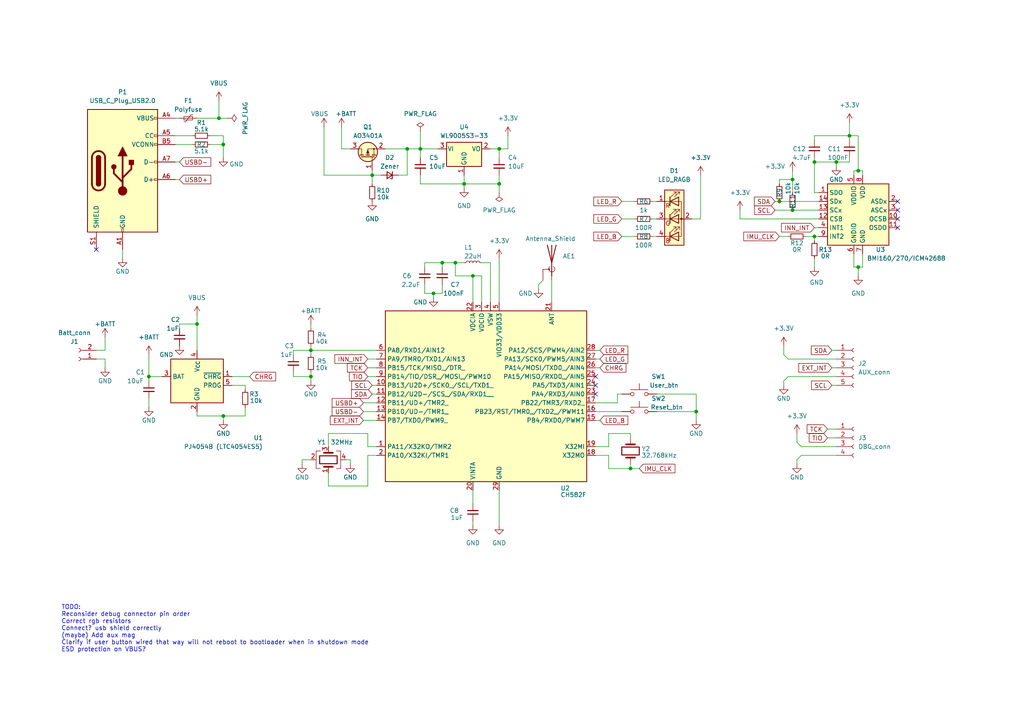
<source format=kicad_sch>
(kicad_sch (version 20230121) (generator eeschema)
  (paper "A4")
  (title_block (title "PawTrack WCH") (date "2023-08-07") (rev "1"))
  (lib_symbols
    (symbol "Battery_Management:LTC4054ES5-4.2"
      (property "Reference" "U" (at -5.842 6.604 0))
      (property "Value" "LTC4054ES5-4.2" (at 1.524 6.604 0))
      (symbol "LTC4054ES5-4.2_1_1"
        (pin open_collector line (at -10.16 0 0) (length 2.54) (name "~{CHRG}") (number "1"))
        (pin power_in line (at 0 -10.16 90) (length 2.54) (name "GND") (number "2"))
        (pin power_out line (at 10.16 0 180) (length 2.54) (name "BAT") (number "3"))
        (pin power_in line (at 0 7.62 270) (length 2.54) (name "V_{CC}") (number "4"))
        (pin bidirectional line (at -10.16 -2.54 0) (length 2.54) (name "PROG") (number "5"))
      )
    )
    (symbol "Connector:Conn_01x02_Socket" (pin_names (offset 1.016) hide)
      (property "Reference" "J" (at 0 2.54 0))
      (property "Value" "Conn_01x02_Socket" (at 0 -5.08 0))
      (symbol "Conn_01x02_Socket_1_1"
        (pin passive line (at -5.08 0 0) (length 3.81) (name "Pin_1") (number "1"))
        (pin passive line (at -5.08 -2.54 0) (length 3.81) (name "Pin_2") (number "2"))
      )
    )
    (symbol "Connector:Conn_01x04_Socket" (pin_names (offset 1.016) hide)
      (property "Reference" "J" (at 0 5.08 0))
      (property "Value" "Conn_01x04_Socket" (at 0 -7.62 0))
      (symbol "Conn_01x04_Socket_1_1"
        (pin passive line (at -5.08 2.54 0) (length 3.81) (name "Pin_1") (number "1"))
        (pin passive line (at -5.08 0 0) (length 3.81) (name "Pin_2") (number "2"))
        (pin passive line (at -5.08 -2.54 0) (length 3.81) (name "Pin_3") (number "3"))
        (pin passive line (at -5.08 -5.08 0) (length 3.81) (name "Pin_4") (number "4"))
      )
    )
    (symbol "Connector:Conn_01x05_Socket" (pin_names (offset 1.016) hide)
      (property "Reference" "J" (at 0 7.62 0))
      (property "Value" "Conn_01x05_Socket" (at 0 -7.62 0))
      (symbol "Conn_01x05_Socket_1_1"
        (pin passive line (at -5.08 5.08 0) (length 3.81) (name "Pin_1") (number "1"))
        (pin passive line (at -5.08 2.54 0) (length 3.81) (name "Pin_2") (number "2"))
        (pin passive line (at -5.08 0 0) (length 3.81) (name "Pin_3") (number "3"))
        (pin passive line (at -5.08 -2.54 0) (length 3.81) (name "Pin_4") (number "4"))
        (pin passive line (at -5.08 -5.08 0) (length 3.81) (name "Pin_5") (number "5"))
      )
    )
    (symbol "Connector:USB_C_Plug_USB2.0" (pin_names (offset 1.016))
      (property "Reference" "P" (at -10.16 19.05 0))
      (property "Value" "USB_C_Plug_USB2.0" (at 12.7 19.05 0))
      (symbol "USB_C_Plug_USB2.0_1_1"
        (pin passive line (at 0 -22.86 90) (length 5.08) (name "GND") (number "A1"))
        (pin passive line (at 0 -22.86 90) (length 5.08) hide (name "GND") (number "A12"))
        (pin passive line (at 15.24 15.24 180) (length 5.08) (name "VBUS") (number "A4"))
        (pin bidirectional line (at 15.24 10.16 180) (length 5.08) (name "CC") (number "A5"))
        (pin bidirectional line (at 15.24 -2.54 180) (length 5.08) (name "D+") (number "A6"))
        (pin bidirectional line (at 15.24 2.54 180) (length 5.08) (name "D-") (number "A7"))
        (pin passive line (at 15.24 15.24 180) (length 5.08) hide (name "VBUS") (number "A9"))
        (pin passive line (at 0 -22.86 90) (length 5.08) hide (name "GND") (number "B1"))
        (pin passive line (at 0 -22.86 90) (length 5.08) hide (name "GND") (number "B12"))
        (pin passive line (at 15.24 15.24 180) (length 5.08) hide (name "VBUS") (number "B4"))
        (pin bidirectional line (at 15.24 7.62 180) (length 5.08) (name "VCONN") (number "B5"))
        (pin passive line (at 15.24 15.24 180) (length 5.08) hide (name "VBUS") (number "B9"))
        (pin passive line (at -7.62 -22.86 90) (length 5.08) (name "SHIELD") (number "S1"))
      )
    )
    (symbol "Device:Antenna_Shield" (pin_numbers hide) (pin_names (offset 1.016) hide)
      (property "Reference" "AE" (at -1.905 4.445 0))
      (property "Value" "Antenna_Shield" (at -1.905 2.54 0))
      (symbol "Antenna_Shield_1_1"
        (pin input line (at 0 -5.08 90) (length 2.54) (name "A") (number "1"))
        (pin input line (at 2.54 -5.08 90) (length 2.54) (name "Shield") (number "2"))
      )
    )
    (symbol "Device:C_Small" (pin_numbers hide) (pin_names (offset 0.254) hide)
      (property "Reference" "C" (at 0.254 1.778 0))
      (property "Value" "C_Small" (at 0.254 -2.032 0))
      (symbol "C_Small_1_1"
        (pin passive line (at 0 2.54 270) (length 2.032) (name "~") (number "1"))
        (pin passive line (at 0 -2.54 90) (length 2.032) (name "~") (number "2"))
      )
    )
    (symbol "Device:Crystal" (pin_numbers hide) (pin_names (offset 1.016) hide)
      (property "Reference" "Y" (at 0 3.81 0))
      (property "Value" "Crystal" (at 0 -3.81 0))
      (symbol "Crystal_1_1"
        (pin passive line (at -3.81 0 0) (length 1.27) (name "1") (number "1"))
        (pin passive line (at 3.81 0 180) (length 1.27) (name "2") (number "2"))
      )
    )
    (symbol "Device:Crystal_GND24" (pin_names (offset 1.016) hide)
      (property "Reference" "Y" (at 3.175 5.08 0))
      (property "Value" "Crystal_GND24" (at 3.175 3.175 0))
      (symbol "Crystal_GND24_1_1"
        (pin passive line (at -3.81 0 0) (length 1.27) (name "1") (number "1"))
        (pin passive line (at 0 5.08 270) (length 1.27) (name "2") (number "2"))
        (pin passive line (at 3.81 0 180) (length 1.27) (name "3") (number "3"))
        (pin passive line (at 0 -5.08 90) (length 1.27) (name "4") (number "4"))
      )
    )
    (symbol "Device:D_Zener_Small" (pin_numbers hide) (pin_names (offset 0.254) hide)
      (property "Reference" "D" (at 0 2.286 0))
      (property "Value" "D_Zener_Small" (at 0 -2.286 0))
      (symbol "D_Zener_Small_1_1"
        (pin passive line (at -2.54 0 0) (length 1.778) (name "K") (number "1"))
        (pin passive line (at 2.54 0 180) (length 1.778) (name "A") (number "2"))
      )
    )
    (symbol "Device:LED_RAGB" (pin_names (offset 0) hide)
      (property "Reference" "D" (at 0 9.398 0))
      (property "Value" "LED_RAGB" (at 0 -8.89 0))
      (symbol "LED_RAGB_0_0"
        (text "B" (at -1.905 -6.35 0) (effects (font (size 1.27 1.27))))
        (text "G" (at -1.905 -1.27 0) (effects (font (size 1.27 1.27))))
        (text "R" (at -1.905 3.81 0) (effects (font (size 1.27 1.27))))
      )
      (symbol "LED_RAGB_1_1"
        (pin passive line (at -5.08 5.08 0) (length 2.54) (name "RK") (number "1"))
        (pin passive line (at 5.08 0 180) (length 2.54) (name "A") (number "2"))
        (pin passive line (at -5.08 0 0) (length 2.54) (name "GK") (number "3"))
        (pin passive line (at -5.08 -5.08 0) (length 2.54) (name "BK") (number "4"))
      )
    )
    (symbol "Device:L_Small" (pin_numbers hide) (pin_names (offset 0.254) hide)
      (property "Reference" "L" (at 0.762 1.016 0))
      (property "Value" "L_Small" (at 0.762 -1.016 0))
      (symbol "L_Small_1_1"
        (pin passive line (at 0 2.54 270) (length 0.508) (name "~") (number "1"))
        (pin passive line (at 0 -2.54 90) (length 0.508) (name "~") (number "2"))
      )
    )
    (symbol "Device:Polyfuse_Small" (pin_numbers hide) (pin_names (offset 0))
      (property "Reference" "F" (at -1.905 0 90))
      (property "Value" "Polyfuse_Small" (at 1.905 0 90))
      (symbol "Polyfuse_Small_1_1"
        (pin passive line (at 0 2.54 270) (length 0.635) (name "~") (number "1"))
        (pin passive line (at 0 -2.54 90) (length 0.635) (name "~") (number "2"))
      )
    )
    (symbol "Device:R_Small" (pin_numbers hide) (pin_names (offset 0.254) hide)
      (property "Reference" "R" (at 0.762 0.508 0))
      (property "Value" "R_Small" (at 0.762 -1.016 0))
      (symbol "R_Small_1_1"
        (pin passive line (at 0 2.54 270) (length 0.762) (name "~") (number "1"))
        (pin passive line (at 0 -2.54 90) (length 0.762) (name "~") (number "2"))
      )
    )
    (symbol "PCM_Transistor_MOSFET_AKL:AO3401A" (pin_names hide)
      (property "Reference" "Q" (at 5.08 1.27 0))
      (property "Value" "AO3401A" (at 5.08 -1.27 0))
      (symbol "AO3401A_1_1"
        (pin input line (at -3.81 1.27 0) (length 2.54) (name "G") (number "1"))
        (pin passive line (at 2.54 5.08 270) (length 2.54) (name "S") (number "2"))
        (pin passive line (at 2.54 -5.08 90) (length 2.54) (name "D") (number "3"))
      )
    )
    (symbol "PawTrack:CH582F"
      (property "Reference" "U" (at -29.21 24.13 0))
      (property "Value" "CH582F" (at 25.4 -25.4 0))
      (symbol "CH582F_1_1"
        (pin bidirectional line (at -31.75 -15.24 0) (length 2.54) (name "PA11/X32KO/TMR2") (number "1"))
        (pin bidirectional line (at -31.75 2.54 0) (length 2.54) (name "PB13/U2D+/SCK0_/SCL/TXD1_") (number "10"))
        (pin bidirectional line (at -31.75 0 0) (length 2.54) (name "PB12/U2D-/SCS_/SDA/RXD1__") (number "11"))
        (pin bidirectional line (at -31.75 -2.54 0) (length 2.54) (name "PB11/UD+/TMR2_") (number "12"))
        (pin bidirectional line (at -31.75 -5.08 0) (length 2.54) (name "PB10/UD-/TMR1_") (number "13"))
        (pin bidirectional line (at -31.75 -7.62 0) (length 2.54) (name "PB7/TXD0/PWM9_") (number "14"))
        (pin bidirectional line (at 31.75 -7.62 180) (length 2.54) (name "PB4/RXD0/PWM7") (number "15"))
        (pin bidirectional line (at 31.75 -5.08 180) (length 2.54) (name "PB23/RST/TMR0_/TXD2_/PWM11") (number "16"))
        (pin bidirectional line (at 31.75 -2.54 180) (length 2.54) (name "PB22/TMR3/RXD2_") (number "17"))
        (pin bidirectional line (at 31.75 -17.78 180) (length 2.54) (name "X32MO") (number "18"))
        (pin bidirectional line (at 31.75 -15.24 180) (length 2.54) (name "X32MI") (number "19"))
        (pin bidirectional line (at -31.75 -17.78 0) (length 2.54) (name "PA10/X32KI/TMR1") (number "2"))
        (pin bidirectional line (at -3.81 -27.94 90) (length 2.54) (name "VINTA") (number "20"))
        (pin output line (at 19.05 26.67 270) (length 2.54) (name "ANT") (number "21"))
        (pin bidirectional line (at -3.81 26.67 270) (length 2.54) (name "VDCIA") (number "22"))
        (pin bidirectional line (at 31.75 0 180) (length 2.54) (name "PA4/RXD3/AIN0") (number "23"))
        (pin bidirectional line (at 31.75 2.54 180) (length 2.54) (name "PA5/TXD3/AIN1") (number "24"))
        (pin bidirectional line (at 31.75 5.08 180) (length 2.54) (name "PA15/MISO/RXD0_/AIN5") (number "25"))
        (pin bidirectional line (at 31.75 7.62 180) (length 2.54) (name "PA14/MOSI/TXD0_/AIN4") (number "26"))
        (pin bidirectional line (at 31.75 10.16 180) (length 2.54) (name "PA13/SCK0/PWM5/AIN3") (number "27"))
        (pin bidirectional line (at 31.75 12.7 180) (length 2.54) (name "PA12/SCS/PWM4/AIN2") (number "28"))
        (pin power_in line (at 3.81 -27.94 90) (length 2.54) (name "GND") (number "29"))
        (pin bidirectional line (at -1.27 26.67 270) (length 2.54) (name "VDCID") (number "3"))
        (pin output line (at 1.27 26.67 270) (length 2.54) (name "VSW") (number "4"))
        (pin power_in line (at 3.81 26.67 270) (length 2.54) (name "VIO33/VDD33") (number "5"))
        (pin bidirectional line (at -31.75 12.7 0) (length 2.54) (name "PA8/RXD1/AIN12") (number "6"))
        (pin bidirectional line (at -31.75 10.16 0) (length 2.54) (name "PA9/TMR0/TXD1/AIN13") (number "7"))
        (pin bidirectional line (at -31.75 7.62 0) (length 2.54) (name "PB15/TCK/MISO_/DTR_") (number "8"))
        (pin bidirectional line (at -31.75 5.08 0) (length 2.54) (name "PB14/TIO/DSR_/MOSI_/PWM10") (number "9"))
      )
    )
    (symbol "Regulator_Linear:TPS7A0533PDBZ" (pin_names (offset 0.254))
      (property "Reference" "U" (at -3.81 3.175 0))
      (property "Value" "TPS7A0533PDBZ" (at 0 3.175 0))
      (symbol "TPS7A0533PDBZ_1_1"
        (pin power_in line (at 0 -7.62 90) (length 2.54) (name "GND") (number "1"))
        (pin power_out line (at 7.62 0 180) (length 2.54) (name "VO") (number "2"))
        (pin power_in line (at -7.62 0 0) (length 2.54) (name "VI") (number "3"))
      )
    )
    (symbol "Sensor_Motion:BMI160"
      (property "Reference" "U" (at -10.16 8.89 0))
      (property "Value" "BMI160" (at 7.62 8.89 0))
      (symbol "BMI160_1_1"
        (pin bidirectional line (at -12.7 5.08 0) (length 2.54) (name "SDO") (number "1"))
        (pin bidirectional line (at 10.16 -2.54 180) (length 2.54) (name "OCSB") (number "10"))
        (pin bidirectional line (at 10.16 -5.08 180) (length 2.54) (name "OSDO") (number "11"))
        (pin input line (at -12.7 -2.54 0) (length 2.54) (name "CSB") (number "12"))
        (pin input line (at -12.7 0 0) (length 2.54) (name "SCx") (number "13"))
        (pin bidirectional line (at -12.7 2.54 0) (length 2.54) (name "SDx") (number "14"))
        (pin bidirectional line (at 10.16 2.54 180) (length 2.54) (name "ASDx") (number "2"))
        (pin output line (at 10.16 0 180) (length 2.54) (name "ASCx") (number "3"))
        (pin bidirectional line (at -12.7 -5.08 0) (length 2.54) (name "INT1") (number "4"))
        (pin power_in line (at -2.54 10.16 270) (length 2.54) (name "VDDIO") (number "5"))
        (pin power_in line (at -2.54 -12.7 90) (length 2.54) (name "GNDIO") (number "6"))
        (pin power_in line (at 0 -12.7 90) (length 2.54) (name "GND") (number "7"))
        (pin power_in line (at 0 10.16 270) (length 2.54) (name "VDD") (number "8"))
        (pin bidirectional line (at -12.7 -7.62 0) (length 2.54) (name "INT2") (number "9"))
      )
    )
    (symbol "Switch:SW_Push" (pin_numbers hide) (pin_names (offset 1.016) hide)
      (property "Reference" "SW" (at 1.27 2.54 0))
      (property "Value" "SW_Push" (at 0 -1.524 0))
      (symbol "SW_Push_0_1"
        (pin passive line (at -5.08 0 0) (length 2.54) (name "1") (number "1"))
        (pin passive line (at 5.08 0 180) (length 2.54) (name "2") (number "2"))
      )
    )
    (symbol "power:+3.3V" (power) (pin_names (offset 0))
      (property "Value" "+3.3V" (at 0 3.556 0))
      (symbol "+3.3V_1_1"
        (pin power_in line (at 0 0 90) (length 0) hide (name "+3.3V") (number "1"))
      )
    )
    (symbol "power:+BATT" (power) (pin_names (offset 0))
      (property "Value" "+BATT" (at 0 3.556 0))
      (symbol "+BATT_1_1"
        (pin power_in line (at 0 0 90) (length 0) hide (name "+BATT") (number "1"))
      )
    )
    (symbol "power:GND" (power) (pin_names (offset 0))
      (property "Value" "GND" (at 0 -3.81 0))
      (symbol "GND_1_1"
        (pin power_in line (at 0 0 270) (length 0) hide (name "GND") (number "1"))
      )
    )
    (symbol "power:PWR_FLAG" (power) (pin_numbers hide) (pin_names (offset 0) hide)
      (property "Value" "PWR_FLAG" (at 0 3.81 0))
      (symbol "PWR_FLAG_0_0"
        (pin power_out line (at 0 0 90) (length 0) (name "pwr") (number "1"))
      )
    )
    (symbol "power:VBUS" (power) (pin_names (offset 0))
      (property "Value" "VBUS" (at 0 3.81 0))
      (symbol "VBUS_1_1"
        (pin power_in line (at 0 0 90) (length 0) hide (name "VBUS") (number "1"))
      )
    )
  )
  (junction (at 248.92 77.47))
  (junction (at 182.88 135.89))
  (junction (at 236.22 46.99))
  (junction (at 125.73 85.09))
  (junction (at 137.16 80.01))
  (junction (at 229.87 52.07))
  (junction (at 63.5 34.29))
  (junction (at 43.18 109.22))
  (junction (at 121.92 43.18))
  (junction (at 90.17 109.22))
  (junction (at 118.11 43.18))
  (junction (at 246.38 39.37))
  (junction (at 144.78 43.18))
  (junction (at 128.27 76.2))
  (junction (at 64.77 41.91))
  (junction (at 134.62 53.34))
  (junction (at 132.08 76.2))
  (junction (at 226.06 58.42))
  (junction (at 242.57 46.99))
  (junction (at 201.93 119.38))
  (junction (at 236.22 68.58))
  (junction (at 107.95 50.8))
  (junction (at 57.15 93.98))
  (junction (at 229.87 60.96))
  (junction (at 90.17 101.6))
  (junction (at 144.78 53.34))
  (junction (at 248.92 49.53))
  (junction (at 64.77 120.65))
  (no_connect (at 260.35 60.96))
  (no_connect (at 27.94 72.39))
  (no_connect (at 172.72 109.22))
  (no_connect (at 260.35 63.5))
  (no_connect (at 260.35 66.04))
  (no_connect (at 172.72 114.3))
  (no_connect (at 260.35 58.42))
  (no_connect (at 172.72 111.76))
  (wire (pts (xy 106.68 129.54) (xy 109.22 129.54)))
  (wire (pts (xy 173.99 106.68) (xy 172.72 106.68)))
  (wire (pts (xy 123.19 77.47) (xy 123.19 76.2)))
  (wire (pts (xy 60.96 41.91) (xy 64.77 41.91)))
  (wire (pts (xy 231.14 125.73) (xy 231.14 128.27)))
  (wire (pts (xy 64.77 41.91) (xy 64.77 45.72)))
  (wire (pts (xy 134.62 53.34) (xy 134.62 54.61)))
  (wire (pts (xy 182.88 135.89) (xy 182.88 134.62)))
  (wire (pts (xy 95.25 129.54) (xy 95.25 125.73)))
  (wire (pts (xy 121.92 43.18) (xy 121.92 45.72)))
  (wire (pts (xy 228.6 109.22) (xy 242.57 109.22)))
  (wire (pts (xy 214.63 63.5) (xy 237.49 63.5)))
  (wire (pts (xy 173.99 101.6) (xy 172.72 101.6)))
  (wire (pts (xy 182.88 135.89) (xy 185.42 135.89)))
  (wire (pts (xy 123.19 76.2) (xy 128.27 76.2)))
  (wire (pts (xy 85.09 101.6) (xy 90.17 101.6)))
  (wire (pts (xy 50.8 46.99) (xy 52.07 46.99)))
  (wire (pts (xy 50.8 52.07) (xy 52.07 52.07)))
  (wire (pts (xy 107.95 111.76) (xy 109.22 111.76)))
  (wire (pts (xy 121.92 38.1) (xy 121.92 43.18)))
  (wire (pts (xy 35.56 72.39) (xy 35.56 74.93)))
  (wire (pts (xy 156.21 82.55) (xy 156.21 83.82)))
  (wire (pts (xy 85.09 102.87) (xy 85.09 101.6)))
  (wire (pts (xy 190.5 114.3) (xy 201.93 114.3)))
  (wire (pts (xy 173.99 104.14) (xy 172.72 104.14)))
  (wire (pts (xy 236.22 68.58) (xy 236.22 69.85)))
  (wire (pts (xy 30.48 106.68) (xy 30.48 104.14)))
  (wire (pts (xy 90.17 93.98) (xy 90.17 95.25)))
  (wire (pts (xy 85.09 107.95) (xy 85.09 109.22)))
  (wire (pts (xy 121.92 50.8) (xy 121.92 53.34)))
  (wire (pts (xy 172.72 132.08) (xy 176.53 132.08)))
  (wire (pts (xy 46.99 109.22) (xy 43.18 109.22)))
  (wire (pts (xy 229.87 60.96) (xy 237.49 60.96)))
  (wire (pts (xy 231.14 128.27) (xy 232.41 129.54)))
  (wire (pts (xy 57.15 91.44) (xy 57.15 93.98)))
  (wire (pts (xy 227.33 100.33) (xy 227.33 102.87)))
  (wire (pts (xy 250.19 77.47) (xy 250.19 73.66)))
  (wire (pts (xy 137.16 142.24) (xy 137.16 146.05)))
  (wire (pts (xy 71.12 113.03) (xy 71.12 111.76)))
  (wire (pts (xy 93.98 36.83) (xy 93.98 50.8)))
  (wire (pts (xy 64.77 120.65) (xy 57.15 120.65)))
  (wire (pts (xy 107.95 114.3) (xy 109.22 114.3)))
  (wire (pts (xy 190.5 119.38) (xy 201.93 119.38)))
  (wire (pts (xy 246.38 35.56) (xy 246.38 39.37)))
  (wire (pts (xy 248.92 49.53) (xy 250.19 49.53)))
  (wire (pts (xy 85.09 109.22) (xy 90.17 109.22)))
  (wire (pts (xy 57.15 119.38) (xy 57.15 120.65)))
  (wire (pts (xy 64.77 120.65) (xy 64.77 121.92)))
  (wire (pts (xy 107.95 49.53) (xy 107.95 50.8)))
  (wire (pts (xy 125.73 86.36) (xy 125.73 85.09)))
  (wire (pts (xy 90.17 107.95) (xy 90.17 109.22)))
  (wire (pts (xy 87.63 133.35) (xy 90.17 133.35)))
  (wire (pts (xy 121.92 43.18) (xy 127 43.18)))
  (wire (pts (xy 142.24 43.18) (xy 144.78 43.18)))
  (wire (pts (xy 93.98 50.8) (xy 107.95 50.8)))
  (wire (pts (xy 232.41 132.08) (xy 231.14 133.35)))
  (wire (pts (xy 176.53 125.73) (xy 176.53 129.54)))
  (wire (pts (xy 242.57 46.99) (xy 236.22 46.99)))
  (wire (pts (xy 233.68 68.58) (xy 236.22 68.58)))
  (wire (pts (xy 242.57 46.99) (xy 242.57 48.26)))
  (wire (pts (xy 182.88 125.73) (xy 182.88 127)))
  (wire (pts (xy 118.11 43.18) (xy 121.92 43.18)))
  (wire (pts (xy 147.32 43.18) (xy 147.32 39.37)))
  (wire (pts (xy 189.23 68.58) (xy 190.5 68.58)))
  (wire (pts (xy 237.49 55.88) (xy 236.22 55.88)))
  (wire (pts (xy 128.27 76.2) (xy 132.08 76.2)))
  (wire (pts (xy 236.22 68.58) (xy 237.49 68.58)))
  (wire (pts (xy 43.18 115.57) (xy 43.18 118.11)))
  (wire (pts (xy 142.24 76.2) (xy 142.24 87.63)))
  (wire (pts (xy 43.18 102.87) (xy 43.18 109.22)))
  (wire (pts (xy 247.65 77.47) (xy 248.92 77.47)))
  (wire (pts (xy 43.18 110.49) (xy 43.18 109.22)))
  (wire (pts (xy 106.68 125.73) (xy 106.68 129.54)))
  (wire (pts (xy 248.92 39.37) (xy 246.38 39.37)))
  (wire (pts (xy 246.38 45.72) (xy 246.38 46.99)))
  (wire (pts (xy 200.66 63.5) (xy 203.2 63.5)))
  (wire (pts (xy 71.12 111.76) (xy 67.31 111.76)))
  (wire (pts (xy 156.21 82.55) (xy 157.48 81.28)))
  (wire (pts (xy 90.17 100.33) (xy 90.17 101.6)))
  (wire (pts (xy 57.15 93.98) (xy 52.07 93.98)))
  (wire (pts (xy 106.68 140.97) (xy 106.68 132.08)))
  (wire (pts (xy 247.65 49.53) (xy 248.92 49.53)))
  (wire (pts (xy 128.27 85.09) (xy 128.27 82.55)))
  (wire (pts (xy 236.22 77.47) (xy 236.22 74.93)))
  (wire (pts (xy 106.68 109.22) (xy 109.22 109.22)))
  (wire (pts (xy 50.8 39.37) (xy 55.88 39.37)))
  (wire (pts (xy 118.11 50.8) (xy 118.11 43.18)))
  (wire (pts (xy 229.87 49.53) (xy 229.87 52.07)))
  (wire (pts (xy 176.53 135.89) (xy 182.88 135.89)))
  (wire (pts (xy 72.39 109.22) (xy 67.31 109.22)))
  (wire (pts (xy 189.23 58.42) (xy 190.5 58.42)))
  (wire (pts (xy 173.99 121.92) (xy 172.72 121.92)))
  (wire (pts (xy 107.95 53.34) (xy 107.95 50.8)))
  (wire (pts (xy 246.38 39.37) (xy 236.22 39.37)))
  (wire (pts (xy 228.6 109.22) (xy 227.33 110.49)))
  (wire (pts (xy 179.07 114.3) (xy 180.34 114.3)))
  (wire (pts (xy 241.3 111.76) (xy 242.57 111.76)))
  (wire (pts (xy 144.78 53.34) (xy 134.62 53.34)))
  (wire (pts (xy 123.19 85.09) (xy 123.19 82.55)))
  (wire (pts (xy 99.06 36.83) (xy 99.06 43.18)))
  (wire (pts (xy 144.78 53.34) (xy 144.78 55.88)))
  (wire (pts (xy 52.07 34.29) (xy 50.8 34.29)))
  (wire (pts (xy 236.22 66.04) (xy 237.49 66.04)))
  (wire (pts (xy 111.76 43.18) (xy 118.11 43.18)))
  (wire (pts (xy 90.17 110.49) (xy 90.17 109.22)))
  (wire (pts (xy 241.3 106.68) (xy 242.57 106.68)))
  (wire (pts (xy 125.73 85.09) (xy 128.27 85.09)))
  (wire (pts (xy 201.93 121.92) (xy 201.93 119.38)))
  (wire (pts (xy 240.03 124.46) (xy 242.57 124.46)))
  (wire (pts (xy 57.15 34.29) (xy 63.5 34.29)))
  (wire (pts (xy 128.27 76.2) (xy 128.27 77.47)))
  (wire (pts (xy 105.41 119.38) (xy 109.22 119.38)))
  (wire (pts (xy 180.34 63.5) (xy 184.15 63.5)))
  (wire (pts (xy 236.22 46.99) (xy 236.22 45.72)))
  (wire (pts (xy 137.16 80.01) (xy 132.08 80.01)))
  (wire (pts (xy 137.16 151.13) (xy 137.16 152.4)))
  (wire (pts (xy 30.48 101.6) (xy 30.48 97.79)))
  (wire (pts (xy 144.78 74.93) (xy 144.78 87.63)))
  (wire (pts (xy 139.7 76.2) (xy 142.24 76.2)))
  (wire (pts (xy 105.41 116.84) (xy 109.22 116.84)))
  (wire (pts (xy 132.08 76.2) (xy 132.08 80.01)))
  (wire (pts (xy 229.87 52.07) (xy 226.06 52.07)))
  (wire (pts (xy 144.78 142.24) (xy 144.78 152.4)))
  (wire (pts (xy 134.62 50.8) (xy 134.62 53.34)))
  (wire (pts (xy 229.87 52.07) (xy 229.87 55.88)))
  (wire (pts (xy 144.78 43.18) (xy 147.32 43.18)))
  (wire (pts (xy 71.12 118.11) (xy 71.12 120.65)))
  (wire (pts (xy 232.41 129.54) (xy 242.57 129.54)))
  (wire (pts (xy 241.3 101.6) (xy 242.57 101.6)))
  (wire (pts (xy 95.25 137.16) (xy 95.25 140.97)))
  (wire (pts (xy 231.14 133.35) (xy 231.14 134.62)))
  (wire (pts (xy 30.48 104.14) (xy 27.94 104.14)))
  (wire (pts (xy 90.17 101.6) (xy 109.22 101.6)))
  (wire (pts (xy 139.7 80.01) (xy 137.16 80.01)))
  (wire (pts (xy 63.5 34.29) (xy 66.04 34.29)))
  (wire (pts (xy 248.92 77.47) (xy 250.19 77.47)))
  (wire (pts (xy 52.07 93.98) (xy 52.07 95.25)))
  (wire (pts (xy 214.63 63.5) (xy 214.63 60.96)))
  (wire (pts (xy 226.06 68.58) (xy 228.6 68.58)))
  (wire (pts (xy 106.68 132.08) (xy 109.22 132.08)))
  (wire (pts (xy 189.23 63.5) (xy 190.5 63.5)))
  (wire (pts (xy 176.53 132.08) (xy 176.53 135.89)))
  (wire (pts (xy 115.57 50.8) (xy 118.11 50.8)))
  (wire (pts (xy 121.92 53.34) (xy 134.62 53.34)))
  (wire (pts (xy 101.6 133.35) (xy 101.6 134.62)))
  (wire (pts (xy 232.41 132.08) (xy 242.57 132.08)))
  (wire (pts (xy 95.25 140.97) (xy 106.68 140.97)))
  (wire (pts (xy 248.92 39.37) (xy 248.92 49.53)))
  (wire (pts (xy 246.38 46.99) (xy 242.57 46.99)))
  (wire (pts (xy 57.15 93.98) (xy 57.15 101.6)))
  (wire (pts (xy 247.65 73.66) (xy 247.65 77.47)))
  (wire (pts (xy 139.7 87.63) (xy 139.7 80.01)))
  (wire (pts (xy 227.33 102.87) (xy 228.6 104.14)))
  (wire (pts (xy 247.65 50.8) (xy 247.65 49.53)))
  (wire (pts (xy 236.22 55.88) (xy 236.22 46.99)))
  (wire (pts (xy 203.2 50.8) (xy 203.2 63.5)))
  (wire (pts (xy 123.19 85.09) (xy 125.73 85.09)))
  (wire (pts (xy 144.78 50.8) (xy 144.78 53.34)))
  (wire (pts (xy 172.72 129.54) (xy 176.53 129.54)))
  (wire (pts (xy 179.07 114.3) (xy 179.07 116.84)))
  (wire (pts (xy 99.06 43.18) (xy 101.6 43.18)))
  (wire (pts (xy 106.68 104.14) (xy 109.22 104.14)))
  (wire (pts (xy 236.22 39.37) (xy 236.22 40.64)))
  (wire (pts (xy 100.33 133.35) (xy 101.6 133.35)))
  (wire (pts (xy 224.79 60.96) (xy 229.87 60.96)))
  (wire (pts (xy 180.34 58.42) (xy 184.15 58.42)))
  (wire (pts (xy 90.17 101.6) (xy 90.17 102.87)))
  (wire (pts (xy 160.02 81.28) (xy 160.02 87.63)))
  (wire (pts (xy 201.93 114.3) (xy 201.93 119.38)))
  (wire (pts (xy 95.25 125.73) (xy 106.68 125.73)))
  (wire (pts (xy 105.41 121.92) (xy 109.22 121.92)))
  (wire (pts (xy 179.07 116.84) (xy 172.72 116.84)))
  (wire (pts (xy 224.79 58.42) (xy 226.06 58.42)))
  (wire (pts (xy 248.92 77.47) (xy 248.92 80.01)))
  (wire (pts (xy 176.53 125.73) (xy 182.88 125.73)))
  (wire (pts (xy 144.78 43.18) (xy 144.78 45.72)))
  (wire (pts (xy 226.06 52.07) (xy 226.06 53.34)))
  (wire (pts (xy 226.06 58.42) (xy 237.49 58.42)))
  (wire (pts (xy 107.95 50.8) (xy 110.49 50.8)))
  (wire (pts (xy 227.33 110.49) (xy 227.33 111.76)))
  (wire (pts (xy 50.8 41.91) (xy 55.88 41.91)))
  (wire (pts (xy 180.34 68.58) (xy 184.15 68.58)))
  (wire (pts (xy 63.5 34.29) (xy 63.5 29.21)))
  (wire (pts (xy 172.72 119.38) (xy 180.34 119.38)))
  (wire (pts (xy 246.38 39.37) (xy 246.38 40.64)))
  (wire (pts (xy 60.96 39.37) (xy 64.77 39.37)))
  (wire (pts (xy 137.16 80.01) (xy 137.16 87.63)))
  (wire (pts (xy 64.77 39.37) (xy 64.77 41.91)))
  (wire (pts (xy 250.19 49.53) (xy 250.19 50.8)))
  (wire (pts (xy 240.03 127) (xy 242.57 127)))
  (wire (pts (xy 228.6 104.14) (xy 242.57 104.14)))
  (wire (pts (xy 132.08 76.2) (xy 134.62 76.2)))
  (wire (pts (xy 87.63 134.62) (xy 87.63 133.35)))
  (wire (pts (xy 106.68 106.68) (xy 109.22 106.68)))
  (wire (pts (xy 71.12 120.65) (xy 64.77 120.65)))
  (wire (pts (xy 27.94 101.6) (xy 30.48 101.6)))
  (text "TODO:\nReconsider debug connector pin order\nCorrect rgb resistors\nConnect? usb shield correctly\n(maybe) Add aux mag\nClarify if user button wired that way will not reboot to bootloader when in shutdown mode\nESD protection on VBUS?" (at 17.78 189.23 0) (effects (font (size 1.27 1.27)) (justify left bottom)))
  (global_label "IMU_CLK" (shape input) (at 185.42 135.89 0) (property "Intersheetrefs" "${INTERSHEET_REFS}" (effects hide)))
  (global_label "EXT_INT" (shape input) (at 105.41 121.92 180) (property "Intersheetrefs" "${INTERSHEET_REFS}" (effects hide)) (property "Odnośniki między arkuszami" "${INTERSHEET_REFS}" (effects hide)))
  (global_label "CHRG" (shape input) (at 173.99 106.68 0) (property "Intersheetrefs" "${INTERSHEET_REFS}" (effects hide)))
  (global_label "SDA" (shape input) (at 224.79 58.42 180) (property "Intersheetrefs" "${INTERSHEET_REFS}" (effects hide)) (property "Odnośniki między arkuszami" "${INTERSHEET_REFS}" (effects hide)))
  (global_label "INN_INT" (shape input) (at 236.22 66.04 180) (property "Intersheetrefs" "${INTERSHEET_REFS}" (effects hide)) (property "Odnośniki między arkuszami" "${INTERSHEET_REFS}" (effects hide)))
  (global_label "SCL" (shape input) (at 107.95 111.76 180) (property "Intersheetrefs" "${INTERSHEET_REFS}" (effects hide)) (property "Odnośniki między arkuszami" "${INTERSHEET_REFS}" (effects hide)))
  (global_label "TCK" (shape input) (at 106.68 106.68 180) (property "Intersheetrefs" "${INTERSHEET_REFS}" (effects hide)))
  (global_label "LED_B" (shape input) (at 173.99 121.92 0) (property "Intersheetrefs" "${INTERSHEET_REFS}" (effects hide)))
  (global_label "IMU_CLK" (shape input) (at 226.06 68.58 180) (property "Intersheetrefs" "${INTERSHEET_REFS}" (effects hide)))
  (global_label "TIO" (shape input) (at 106.68 109.22 180) (property "Intersheetrefs" "${INTERSHEET_REFS}" (effects hide)))
  (global_label "LED_R" (shape input) (at 180.34 58.42 180) (property "Intersheetrefs" "${INTERSHEET_REFS}" (effects hide)))
  (global_label "TIO" (shape input) (at 240.03 127 180) (property "Intersheetrefs" "${INTERSHEET_REFS}" (effects hide)))
  (global_label "SCL" (shape input) (at 224.79 60.96 180) (property "Intersheetrefs" "${INTERSHEET_REFS}" (effects hide)) (property "Odnośniki między arkuszami" "${INTERSHEET_REFS}" (effects hide)))
  (global_label "LED_G" (shape input) (at 180.34 63.5 180) (property "Intersheetrefs" "${INTERSHEET_REFS}" (effects hide)))
  (global_label "LED_R" (shape input) (at 173.99 101.6 0) (property "Intersheetrefs" "${INTERSHEET_REFS}" (effects hide)))
  (global_label "USBD-" (shape input) (at 52.07 46.99 0) (property "Intersheetrefs" "${INTERSHEET_REFS}" (effects hide)))
  (global_label "SDA" (shape input) (at 241.3 101.6 180) (property "Intersheetrefs" "${INTERSHEET_REFS}" (effects hide)) (property "Odnośniki między arkuszami" "${INTERSHEET_REFS}" (effects hide)))
  (global_label "EXT_INT" (shape input) (at 241.3 106.68 180) (property "Intersheetrefs" "${INTERSHEET_REFS}" (effects hide)) (property "Odnośniki między arkuszami" "${INTERSHEET_REFS}" (effects hide)))
  (global_label "USBD-" (shape input) (at 105.41 119.38 180) (property "Intersheetrefs" "${INTERSHEET_REFS}" (effects hide)))
  (global_label "LED_G" (shape input) (at 173.99 104.14 0) (property "Intersheetrefs" "${INTERSHEET_REFS}" (effects hide)))
  (global_label "INN_INT" (shape input) (at 106.68 104.14 180) (property "Intersheetrefs" "${INTERSHEET_REFS}" (effects hide)) (property "Odnośniki między arkuszami" "${INTERSHEET_REFS}" (effects hide)))
  (global_label "SCL" (shape input) (at 241.3 111.76 180) (property "Intersheetrefs" "${INTERSHEET_REFS}" (effects hide)) (property "Odnośniki między arkuszami" "${INTERSHEET_REFS}" (effects hide)))
  (global_label "CHRG" (shape input) (at 72.39 109.22 0) (property "Intersheetrefs" "${INTERSHEET_REFS}" (effects hide)))
  (global_label "TCK" (shape input) (at 240.03 124.46 180) (property "Intersheetrefs" "${INTERSHEET_REFS}" (effects hide)))
  (global_label "LED_B" (shape input) (at 180.34 68.58 180) (property "Intersheetrefs" "${INTERSHEET_REFS}" (effects hide)))
  (global_label "USBD+" (shape input) (at 52.07 52.07 0) (property "Intersheetrefs" "${INTERSHEET_REFS}" (effects hide)))
  (global_label "SDA" (shape input) (at 107.95 114.3 180) (property "Intersheetrefs" "${INTERSHEET_REFS}" (effects hide)) (property "Odnośniki między arkuszami" "${INTERSHEET_REFS}" (effects hide)))
  (global_label "USBD+" (shape input) (at 105.41 116.84 180) (property "Intersheetrefs" "${INTERSHEET_REFS}" (effects hide)))
  (symbol (lib_id "power:GND") (at 64.77 45.72 0) (unit 1)
    (property "Reference" "#PWR09" (effects hide))
    (property "Value" "GND" (at 68.58 47.625 0))
  )
  (symbol (lib_id "Connector:Conn_01x02_Socket") (at 22.86 104.14 180) (unit 1)
    (property "Reference" "J1" (at 21.59 99.06 0))
    (property "Value" "Batt_conn" (at 21.59 96.52 0))
    (property "Footprint" "Connector_Molex:Molex_PicoBlade_53048-0210_1x02_P1.25mm_Horizontal" (effects hide))
  )
  (symbol (lib_id "power:GND") (at 52.07 100.33 0) (mirror y) (unit 1)
    (property "Reference" "#PWR06" (effects hide))
    (property "Value" "GND" (at 48.26 102.87 0))
  )
  (symbol (lib_id "PawTrack:CH582F") (at 140.97 114.3 0) (unit 1)
    (property "Reference" "U2" (at 162.56 141.605 0) (effects (justify left)))
    (property "Value" "CH582F" (at 162.56 143.51 0) (effects (justify left)))
    (property "Footprint" "PawTrack:QFN-28-1EP_4x4mm_P0.4mm_EP2.8x2.8mm" (effects hide))
  )
  (symbol (lib_id "Device:R_Small") (at 231.14 68.58 90) (unit 1)
    (property "Reference" "R12" (at 231.14 70.485 90))
    (property "Value" "0R" (at 231.14 72.39 90))
    (property "Footprint" "Resistor_SMD:R_0402_1005Metric" (effects hide))
  )
  (symbol (lib_id "Device:L_Small") (at 137.16 76.2 90) (unit 1)
    (property "Reference" "L1" (at 134.62 71.755 90) (effects (justify right)))
    (property "Value" "22uH" (at 134.62 74.295 90) (effects (justify right)))
  )
  (symbol (lib_id "Device:R_Small") (at 229.87 58.42 180) (unit 1)
    (property "Reference" "R11" (at 229.87 58.42 90))
    (property "Value" "10k" (at 231.14 54.61 90))
    (property "Footprint" "Resistor_SMD:R_0402_1005Metric" (effects hide))
  )
  (symbol (lib_id "power:+3.3V") (at 231.14 125.73 0) (unit 1)
    (property "Reference" "#PWR028" (effects hide))
    (property "Value" "+3.3V" (at 231.14 120.65 0))
  )
  (symbol (lib_id "Sensor_Motion:BMI160") (at 250.19 60.96 0) (unit 1)
    (property "Reference" "U3" (at 254 72.39 0) (effects (justify left)))
    (property "Value" "BMI160/270/ICM42688" (at 251.46 74.93 0) (effects (justify left)))
    (property "Footprint" "Package_LGA:Bosch_LGA-14_3x2.5mm_P0.5mm" (effects hide))
    (property "Datasheet" "https://www.bosch-sensortec.com/media/boschsensortec/downloads/datasheets/bst-bmi160-ds000.pdf" (effects hide))
  )
  (symbol (lib_id "Device:R_Small") (at 71.12 115.57 0) (mirror x) (unit 1)
    (property "Reference" "R3" (at 73.66 114.3 0))
    (property "Value" "10k" (at 74.295 116.205 0))
    (property "Footprint" "Resistor_SMD:R_0402_1005Metric" (effects hide))
  )
  (symbol (lib_id "Device:C_Small") (at 236.22 43.18 0) (mirror y) (unit 1)
    (property "Reference" "C12" (at 229.87 43.18 0) (effects (justify right)))
    (property "Value" "4.7uF" (at 229.87 45.72 0) (effects (justify right)))
    (property "Footprint" "Capacitor_SMD:C_0402_1005Metric" (effects hide))
  )
  (symbol (lib_id "power:PWR_FLAG") (at 66.04 34.29 270) (unit 1)
    (property "Reference" "#FLG02" (effects hide))
    (property "Value" "PWR_FLAG" (at 71.12 34.29 0))
  )
  (symbol (lib_id "power:GND") (at 201.93 121.92 0) (mirror y) (unit 1)
    (property "Reference" "#PWR022" (effects hide))
    (property "Value" "GND" (at 201.93 125.73 0))
  )
  (symbol (lib_id "power:GND") (at 137.16 152.4 0) (unit 1)
    (property "Reference" "#PWR017" (effects hide))
    (property "Value" "GND" (at 137.16 157.48 0))
  )
  (symbol (lib_id "power:GND") (at 107.95 58.42 0) (unit 1)
    (property "Reference" "#PWR037" (effects hide))
    (property "Value" "GND" (at 107.95 63.5 0))
  )
  (symbol (lib_id "PCM_Transistor_MOSFET_AKL:AO3401A") (at 106.68 45.72 270) (mirror x) (unit 1)
    (property "Reference" "Q1" (at 106.68 36.83 90))
    (property "Value" "AO3401A" (at 106.68 39.37 90))
    (property "Footprint" "Package_TO_SOT_SMD_AKL:SOT-23" (effects hide))
    (property "Datasheet" "https://www.tme.eu/Document/d25b071532a0a1e329733a03427696ee/AO3401A-DTE.pdf" (effects hide))
  )
  (symbol (lib_id "power:GND") (at 242.57 48.26 0) (mirror y) (unit 1)
    (property "Reference" "#PWR033" (effects hide))
    (property "Value" "GND" (at 242.57 52.07 0))
  )
  (symbol (lib_id "Regulator_Linear:TPS7A0533PDBZ") (at 134.62 43.18 0) (unit 1)
    (property "Reference" "U4" (at 134.62 36.83 0))
    (property "Value" "WL9005S3-33" (at 134.62 39.37 0))
    (property "Footprint" "Package_TO_SOT_SMD:SOT-23" (effects hide))
    (property "Datasheet" "https://www.ti.com/lit/ds/symlink/tps7a05.pdf" (effects hide))
  )
  (symbol (lib_id "Device:C_Small") (at 128.27 80.01 0) (unit 1)
    (property "Reference" "C7" (at 133.35 82.55 0) (effects (justify right)))
    (property "Value" "100nF" (at 134.62 85.09 0) (effects (justify right)))
    (property "Footprint" "Capacitor_SMD:C_0402_1005Metric" (effects hide))
  )
  (symbol (lib_id "power:GND") (at 64.77 121.92 0) (mirror y) (unit 1)
    (property "Reference" "#PWR010" (effects hide))
    (property "Value" "GND" (at 64.77 125.73 0))
  )
  (symbol (lib_id "power:GND") (at 134.62 54.61 0) (unit 1)
    (property "Reference" "#PWR034" (effects hide))
    (property "Value" "GND" (at 134.62 59.69 0))
  )
  (symbol (lib_id "power:+3.3V") (at 229.87 49.53 0) (unit 1)
    (property "Reference" "#PWR021" (effects hide))
    (property "Value" "+3.3V" (at 224.79 48.26 0))
  )
  (symbol (lib_id "power:+3.3V") (at 147.32 39.37 0) (unit 1)
    (property "Reference" "#PWR030" (effects hide))
    (property "Value" "+3.3V" (at 147.32 34.29 0))
  )
  (symbol (lib_id "Device:R_Small") (at 107.95 55.88 0) (mirror x) (unit 1)
    (property "Reference" "R10" (at 111.125 55.245 0))
    (property "Value" "10k" (at 111.125 57.15 0))
    (property "Footprint" "Resistor_SMD:R_0402_1005Metric" (effects hide))
  )
  (symbol (lib_id "Device:R_Small") (at 186.69 68.58 90) (unit 1)
    (property "Reference" "R8" (at 186.69 68.58 90))
    (property "Value" "100R" (at 186.69 71.12 90))
    (property "Footprint" "Resistor_SMD:R_0402_1005Metric" (effects hide))
  )
  (symbol (lib_id "Connector:Conn_01x05_Socket") (at 247.65 106.68 0) (unit 1)
    (property "Reference" "J2" (at 248.92 105.4099 0) (effects (justify left)))
    (property "Value" "AUX_conn" (at 248.92 107.9499 0) (effects (justify left)))
    (property "Footprint" "JZT_ZH:JST_ZH_B5B-ZR_1x05_P1.50mm_Horizontal" (effects hide))
  )
  (symbol (lib_id "power:+BATT") (at 30.48 97.79 0) (mirror y) (unit 1)
    (property "Reference" "#PWR01" (effects hide))
    (property "Value" "+BATT" (at 30.48 93.98 0))
  )
  (symbol (lib_id "Device:C_Small") (at 246.38 43.18 0) (mirror y) (unit 1)
    (property "Reference" "C11" (at 240.03 43.18 0) (effects (justify right)))
    (property "Value" "100nF" (at 240.03 45.72 0) (effects (justify right)))
    (property "Footprint" "Capacitor_SMD:C_0402_1005Metric" (effects hide))
  )
  (symbol (lib_id "power:+BATT") (at 43.18 102.87 0) (unit 1)
    (property "Reference" "#PWR05" (effects hide))
    (property "Value" "+BATT" (at 43.18 97.79 0))
  )
  (symbol (lib_id "Device:LED_RAGB") (at 195.58 63.5 0) (unit 1)
    (property "Reference" "D1" (at 195.58 49.53 0))
    (property "Value" "LED_RAGB" (at 195.58 52.07 0))
    (property "Footprint" "Resistor_SMD:R_Array_Convex_2x0606" (effects hide))
  )
  (symbol (lib_id "power:PWR_FLAG") (at 144.78 55.88 180) (unit 1)
    (property "Reference" "#FLG03" (effects hide))
    (property "Value" "PWR_FLAG" (at 144.78 60.96 0))
  )
  (symbol (lib_id "Device:C_Small") (at 43.18 113.03 0) (mirror y) (unit 1)
    (property "Reference" "C1" (at 39.37 107.95 0) (effects (justify right)))
    (property "Value" "10uF" (at 36.83 110.49 0) (effects (justify right)))
    (property "Footprint" "Capacitor_SMD:C_0402_1005Metric" (effects hide))
  )
  (symbol (lib_id "power:GND") (at 87.63 134.62 0) (unit 1)
    (property "Reference" "#PWR012" (effects hide))
    (property "Value" "GND" (at 87.63 138.43 0))
  )
  (symbol (lib_id "Device:R_Small") (at 58.42 39.37 90) (unit 1)
    (property "Reference" "R1" (at 58.42 35.56 90))
    (property "Value" "5.1k" (at 58.42 37.465 90))
    (property "Footprint" "Resistor_SMD:R_0402_1005Metric" (effects hide))
  )
  (symbol (lib_id "power:+3.3V") (at 144.78 74.93 0) (unit 1)
    (property "Reference" "#PWR018" (effects hide))
    (property "Value" "+3.3V" (at 144.78 69.85 0))
  )
  (symbol (lib_id "Device:C_Small") (at 137.16 148.59 180) (unit 1)
    (property "Reference" "C8" (at 130.429 148.082 0) (effects (justify right)))
    (property "Value" "1uF" (at 130.683 150.114 0) (effects (justify right)))
    (property "Footprint" "Capacitor_SMD:C_0402_1005Metric" (effects hide))
  )
  (symbol (lib_id "Device:Polyfuse_Small") (at 54.61 34.29 90) (unit 1)
    (property "Reference" "F1" (at 54.61 29.21 90))
    (property "Value" "Polyfuse" (at 54.61 31.75 90))
    (property "Footprint" "Fuse:Fuse_0603_1608Metric" (effects hide))
  )
  (symbol (lib_id "Device:R_Small") (at 90.17 105.41 0) (unit 1)
    (property "Reference" "R5" (at 93.345 104.775 0))
    (property "Value" "10k" (at 93.345 106.68 0))
    (property "Footprint" "Resistor_SMD:R_0402_1005Metric" (effects hide))
  )
  (symbol (lib_id "power:GND") (at 35.56 74.93 0) (unit 1)
    (property "Reference" "#PWR03" (effects hide))
    (property "Value" "GND" (at 35.56 78.74 0))
  )
  (symbol (lib_id "Device:D_Zener_Small") (at 113.03 50.8 180) (unit 1)
    (property "Reference" "D2" (at 113.03 45.72 0))
    (property "Value" "Zener" (at 113.03 48.26 0))
  )
  (symbol (lib_id "Device:Crystal_GND24") (at 95.25 133.35 90) (unit 1)
    (property "Reference" "Y1" (at 92.075 128.27 90) (effects (justify right)))
    (property "Value" "32MHz" (at 95.885 128.27 90) (effects (justify right)))
    (property "Footprint" "Crystal:Crystal_SMD_3225-4Pin_3.2x2.5mm" (effects hide))
  )
  (symbol (lib_id "power:GND") (at 90.17 110.49 0) (mirror y) (unit 1)
    (property "Reference" "#PWR014" (effects hide))
    (property "Value" "GND" (at 90.17 114.3 0))
  )
  (symbol (lib_id "power:GND") (at 144.78 152.4 0) (unit 1)
    (property "Reference" "#PWR019" (effects hide))
    (property "Value" "GND" (at 144.78 157.48 0))
  )
  (symbol (lib_id "power:+3.3V") (at 227.33 100.33 0) (unit 1)
    (property "Reference" "#PWR025" (effects hide))
    (property "Value" "+3.3V" (at 227.33 95.25 0))
  )
  (symbol (lib_id "Device:C_Small") (at 52.07 97.79 0) (mirror y) (unit 1)
    (property "Reference" "C2" (at 49.53 92.71 0) (effects (justify right)))
    (property "Value" "1uF" (at 48.26 95.25 0) (effects (justify right)))
    (property "Footprint" "Capacitor_SMD:C_0402_1005Metric" (effects hide))
  )
  (symbol (lib_id "power:GND") (at 248.92 80.01 0) (unit 1)
    (property "Reference" "#PWR031" (effects hide))
    (property "Value" "GND" (at 248.92 85.09 0))
  )
  (symbol (lib_id "power:+3.3V") (at 246.38 35.56 0) (mirror y) (unit 1)
    (property "Reference" "#PWR032" (effects hide))
    (property "Value" "+3.3V" (at 246.38 30.48 0))
  )
  (symbol (lib_id "Device:R_Small") (at 90.17 97.79 0) (unit 1)
    (property "Reference" "R4" (at 93.345 97.155 0))
    (property "Value" "40k" (at 93.345 99.06 0))
    (property "Footprint" "Resistor_SMD:R_0402_1005Metric" (effects hide))
  )
  (symbol (lib_id "power:VBUS") (at 63.5 29.21 0) (unit 1)
    (property "Reference" "#PWR08" (effects hide))
    (property "Value" "VBUS" (at 63.5 24.13 0))
  )
  (symbol (lib_id "power:+BATT") (at 90.17 93.98 0) (mirror y) (unit 1)
    (property "Reference" "#PWR013" (effects hide))
    (property "Value" "+BATT" (at 90.17 90.17 0))
  )
  (symbol (lib_id "Battery_Management:LTC4054ES5-4.2") (at 57.15 109.22 0) (mirror y) (unit 1)
    (property "Reference" "U1" (at 74.93 127 0))
    (property "Value" "PJ4054B (LTC4054ES5)" (at 64.77 129.54 0))
    (property "Footprint" "Package_TO_SOT_SMD:TSOT-23-5" (effects hide))
    (property "Datasheet" "https://www.analog.com/media/en/technical-documentation/data-sheets/405442xf.pdf" (effects hide))
  )
  (symbol (lib_id "Device:R_Small") (at 186.69 63.5 90) (unit 1)
    (property "Reference" "R7" (at 186.69 63.5 90))
    (property "Value" "100R" (at 186.69 66.04 90))
    (property "Footprint" "Resistor_SMD:R_0402_1005Metric" (effects hide))
  )
  (symbol (lib_id "power:GND") (at 236.22 77.47 0) (unit 1)
    (property "Reference" "#PWR011" (effects hide))
    (property "Value" "GND" (at 236.855 81.915 0))
  )
  (symbol (lib_id "Device:C_Small") (at 144.78 48.26 0) (mirror y) (unit 1)
    (property "Reference" "C4" (at 147.32 45.72 0) (effects (justify right)))
    (property "Value" "10uF" (at 147.32 48.26 0) (effects (justify right)))
    (property "Footprint" "Capacitor_SMD:C_0402_1005Metric" (effects hide))
  )
  (symbol (lib_id "power:GND") (at 30.48 106.68 0) (mirror y) (unit 1)
    (property "Reference" "#PWR02" (effects hide))
    (property "Value" "GND" (at 30.48 110.49 0))
  )
  (symbol (lib_id "Device:C_Small") (at 123.19 80.01 0) (unit 1)
    (property "Reference" "C6" (at 119.38 80.01 0) (effects (justify right)))
    (property "Value" "2.2uF" (at 121.92 82.55 0) (effects (justify right)))
    (property "Footprint" "Capacitor_SMD:C_0402_1005Metric" (effects hide))
  )
  (symbol (lib_id "power:GND") (at 125.73 86.36 0) (unit 1)
    (property "Reference" "#PWR016" (effects hide))
    (property "Value" "GND" (at 121.92 87.63 0))
  )
  (symbol (lib_id "Device:R_Small") (at 186.69 58.42 90) (unit 1)
    (property "Reference" "R6" (at 186.69 58.42 90))
    (property "Value" "1k" (at 186.69 60.96 90))
    (property "Footprint" "Resistor_SMD:R_0402_1005Metric" (effects hide))
  )
  (symbol (lib_id "power:GND") (at 156.21 83.82 0) (unit 1)
    (property "Reference" "#PWR020" (effects hide))
    (property "Value" "GND" (at 152.4 85.09 0))
  )
  (symbol (lib_id "Connector:USB_C_Plug_USB2.0") (at 35.56 49.53 0) (unit 1)
    (property "Reference" "P1" (at 35.56 26.67 0))
    (property "Value" "USB_C_Plug_USB2.0" (at 35.56 29.21 0))
    (property "Footprint" "USB-C-Power-tester:TYPE-C-31-M-17" (effects hide))
    (property "Datasheet" "https://www.usb.org/sites/default/files/documents/usb_type-c.zip" (effects hide))
  )
  (symbol (lib_id "Device:Antenna_Shield") (at 160.02 76.2 0) (mirror y) (unit 1)
    (property "Reference" "AE1" (at 163.195 74.2949 0) (effects (justify right)))
    (property "Value" "Antenna_Shield" (at 152.4 69.215 0) (effects (justify right)))
    (property "Footprint" "RF_Antenna:Texas_SWRA117D_2.4GHz_Right" (effects hide))
  )
  (symbol (lib_id "power:+BATT") (at 99.06 36.83 0) (unit 1)
    (property "Reference" "#PWR035" (effects hide))
    (property "Value" "+BATT" (at 100.33 33.02 0))
  )
  (symbol (lib_id "Switch:SW_Push") (at 185.42 119.38 0) (unit 1)
    (property "Reference" "SW2" (at 193.04 115.57 0) (effects (justify right)))
    (property "Value" "Reset_btn" (at 198.12 118.11 0) (effects (justify right)))
    (property "Footprint" "Button_Switch_SMD:SW_SPST_TL3342" (effects hide))
  )
  (symbol (lib_id "Device:R_Small") (at 58.42 41.91 270) (unit 1)
    (property "Reference" "R2" (at 58.42 41.91 90))
    (property "Value" "5.1k" (at 58.42 43.815 90))
    (property "Footprint" "Resistor_SMD:R_0402_1005Metric" (effects hide))
  )
  (symbol (lib_id "Device:R_Small") (at 236.22 72.39 180) (unit 1)
    (property "Reference" "R13" (at 239.395 72.39 0))
    (property "Value" "0R" (at 239.395 74.295 0))
    (property "Footprint" "Resistor_SMD:R_0402_1005Metric" (effects hide))
  )
  (symbol (lib_id "Switch:SW_Push") (at 185.42 114.3 0) (unit 1)
    (property "Reference" "SW1" (at 193.04 109.22 0) (effects (justify right)))
    (property "Value" "User_btn" (at 196.85 111.76 0) (effects (justify right)))
    (property "Footprint" "Button_Switch_SMD:SW_SPST_TL3342" (effects hide))
  )
  (symbol (lib_id "power:VBUS") (at 93.98 36.83 0) (mirror y) (unit 1)
    (property "Reference" "#PWR036" (effects hide))
    (property "Value" "VBUS" (at 92.71 33.02 0))
  )
  (symbol (lib_id "power:+3.3V") (at 214.63 60.96 0) (unit 1)
    (property "Reference" "#PWR027" (effects hide))
    (property "Value" "+3.3V" (at 214.63 55.88 0))
  )
  (symbol (lib_id "power:VBUS") (at 57.15 91.44 0) (mirror y) (unit 1)
    (property "Reference" "#PWR07" (effects hide))
    (property "Value" "VBUS" (at 57.15 86.36 0))
  )
  (symbol (lib_id "power:GND") (at 43.18 118.11 0) (mirror y) (unit 1)
    (property "Reference" "#PWR04" (effects hide))
    (property "Value" "GND" (at 43.18 121.92 0))
  )
  (symbol (lib_id "power:PWR_FLAG") (at 121.92 38.1 0) (unit 1)
    (property "Reference" "#FLG04" (effects hide))
    (property "Value" "PWR_FLAG" (at 121.92 33.02 0))
  )
  (symbol (lib_id "Connector:Conn_01x04_Socket") (at 247.65 127 0) (unit 1)
    (property "Reference" "J3" (at 248.92 127 0) (effects (justify left)))
    (property "Value" "DBG_conn" (at 248.92 129.54 0) (effects (justify left)))
  )
  (symbol (lib_id "power:GND") (at 101.6 134.62 0) (unit 1)
    (property "Reference" "#PWR015" (effects hide))
    (property "Value" "GND" (at 101.6 138.43 0))
  )
  (symbol (lib_id "power:+3.3V") (at 203.2 50.8 0) (unit 1)
    (property "Reference" "#PWR023" (effects hide))
    (property "Value" "+3.3V" (at 203.2 45.72 0))
  )
  (symbol (lib_id "Device:C_Small") (at 121.92 48.26 0) (mirror y) (unit 1)
    (property "Reference" "C5" (at 124.46 45.72 0) (effects (justify right)))
    (property "Value" "10uF" (at 124.46 48.26 0) (effects (justify right)))
    (property "Footprint" "Capacitor_SMD:C_0402_1005Metric" (effects hide))
  )
  (symbol (lib_id "Device:C_Small") (at 85.09 105.41 0) (mirror y) (unit 1)
    (property "Reference" "C3" (at 82.55 100.33 0) (effects (justify right)))
    (property "Value" "1uF" (at 81.28 102.87 0) (effects (justify right)))
    (property "Footprint" "Capacitor_SMD:C_0402_1005Metric" (effects hide))
  )
  (symbol (lib_id "power:GND") (at 227.33 111.76 0) (mirror y) (unit 1)
    (property "Reference" "#PWR026" (effects hide))
    (property "Value" "GND" (at 227.33 115.57 0))
  )
  (symbol (lib_id "Device:R_Small") (at 226.06 55.88 180) (unit 1)
    (property "Reference" "R9" (at 226.06 55.88 90))
    (property "Value" "10k" (at 228.6 54.61 90))
    (property "Footprint" "Resistor_SMD:R_0402_1005Metric" (effects hide))
  )
  (symbol (lib_id "power:GND") (at 231.14 134.62 0) (mirror y) (unit 1)
    (property "Reference" "#PWR029" (effects hide))
    (property "Value" "GND" (at 231.14 138.43 0))
  )
  (symbol (lib_id "Device:Crystal") (at 182.88 130.81 90) (unit 1)
    (property "Reference" "Y2" (at 186.055 130.175 90) (effects (justify right)))
    (property "Value" "32.768kHz" (at 186.055 132.08 90) (effects (justify right)))
    (property "Footprint" "Crystal:Crystal_SMD_3215-2Pin_3.2x1.5mm" (effects hide))
  )
)
</source>
